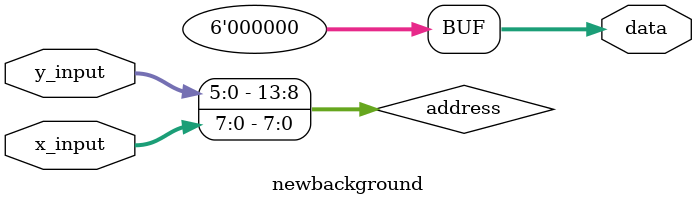
<source format=sv>
module newbackground (
    input [7:0] x_input,    // 7 bits (0-79)
    input [6:0] y_input,    // 6 bits (0-59)
    output logic [5:0] data
);

    logic [13:0] address;   // 14 bits total
    assign address = {y_input, x_input};

    always_comb begin
        case(address)

    default: data = 6'b000000;
        endcase
    end

endmodule

</source>
